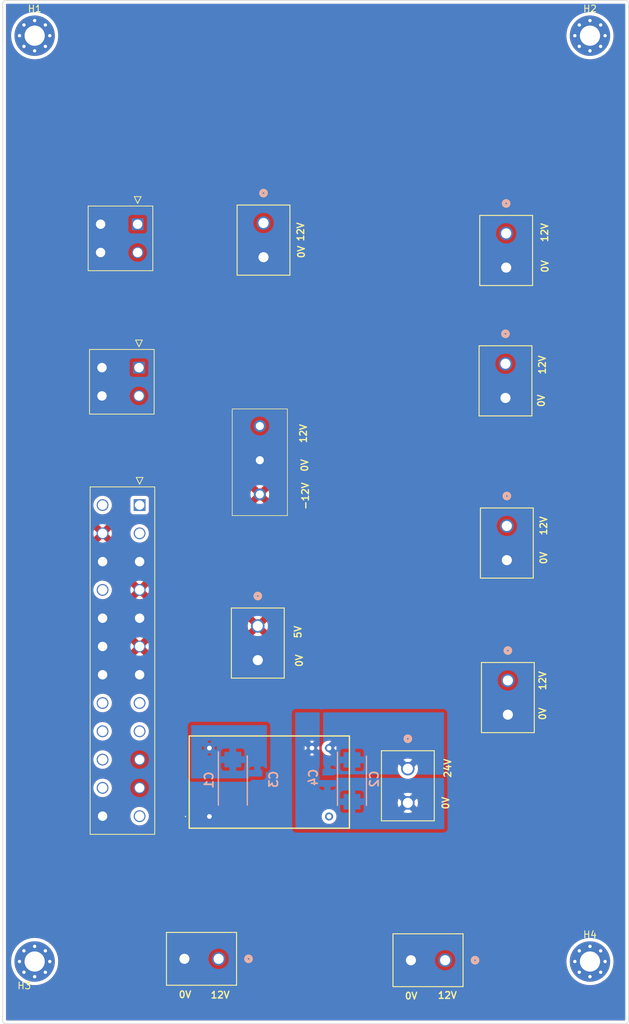
<source format=kicad_pcb>
(kicad_pcb (version 20221018) (generator pcbnew)
  (layers (0 "F.Cu" signal) (31 "B.Cu" signal) (34 "B.Paste" user) (35 "F.Paste" user) (36 "B.SilkS" user "B.Silkscreen") (37 "F.SilkS" user "F.Silkscreen") (38 "B.Mask" user) (39 "F.Mask" user) (44 "Edge.Cuts" user))
  (net 0 "")
  (net 5 "3.3V")
  (net 6 "GND")
  (net 7 "5V")
  (net 8 "12V")
  (net 9 "-12V")
  (net 10 "-5V")
  (net 11 "24 V")
  (net 12 "0 V")
  (footprint "MountingHole:MountingHole_3mm_Pad_Via" (layer "F.Cu") (at 127.5 167.5)
    (fp_text reference "H4" (at 0 -4) (layer "F.SilkS"))
    (fp_text value "MountingHole")
    (pad "1" thru_hole circle (at -2.25 0) (size 0.8 0.8) (drill 0.5) (layers "*.Cu" "*.Mask"))
    (pad "1" thru_hole circle (at -1.59099 -1.59099) (size 0.8 0.8) (drill 0.5) (layers "*.Cu" "*.Mask"))
    (pad "1" thru_hole circle (at -1.59099 1.59099) (size 0.8 0.8) (drill 0.5) (layers "*.Cu" "*.Mask"))
    (pad "1" thru_hole circle (at 0 -2.25) (size 0.8 0.8) (drill 0.5) (layers "*.Cu" "*.Mask"))
    (pad "1" thru_hole circle (at 0 0) (size 6 6) (drill 3) (layers "*.Cu" "*.Mask"))
    (pad "1" thru_hole circle (at 0 2.25) (size 0.8 0.8) (drill 0.5) (layers "*.Cu" "*.Mask"))
    (pad "1" thru_hole circle (at 1.59099 -1.59099) (size 0.8 0.8) (drill 0.5) (layers "*.Cu" "*.Mask"))
    (pad "1" thru_hole circle (at 1.59099 1.59099) (size 0.8 0.8) (drill 0.5) (layers "*.Cu" "*.Mask"))
    (pad "1" thru_hole circle (at 2.25 0) (size 0.8 0.8) (drill 0.5) (layers "*.Cu" "*.Mask"))
  )
  (footprint "mes_empreintes:39-28-1043" (layer "F.Cu") (at 60.5 79.3 -90)
    (fp_text reference "J2" hide)
    (fp_text value "39-28-1043" hide)
    (fp_line (start -4.1 -0.5) (end -3.1 0) (stroke (width 0.127)) (layer "F.SilkS"))
    (fp_line (start -4.1 0.5) (end -4.1 -0.5) (stroke (width 0.127)) (layer "F.SilkS"))
    (fp_line (start -3.1 0) (end -4.1 0.5) (stroke (width 0.127)) (layer "F.SilkS"))
    (fp_line (start -2.7 -2.25) (end 6.9 -2.25) (stroke (width 0.127)) (layer "F.SilkS"))
    (fp_line (start -2.7 7.35) (end -2.7 -2.25) (stroke (width 0.127)) (layer "F.SilkS"))
    (fp_line (start 6.9 -2.25) (end 6.9 7.35) (stroke (width 0.127)) (layer "F.SilkS"))
    (fp_line (start 6.9 7.35) (end -2.7 7.35) (stroke (width 0.127)) (layer "F.SilkS"))
    (pad "1" thru_hole rect (at 0 0 270) (size 1.75 1.75) (drill 1.4) (layers "*.Cu" "*.Mask") (net 8 "12V"))
    (pad "2" thru_hole circle (at 4.2 0 270) (size 1.75 1.75) (drill 1.4) (layers "*.Cu" "*.Mask") (net 8 "12V"))
    (pad "3" thru_hole circle (at 0 5.5 270) (size 1.75 1.75) (drill 1.4) (layers "*.Cu" "*.Mask") (net 6 "GND"))
    (pad "4" thru_hole circle (at 4.2 5.5 270) (size 1.75 1.75) (drill 1.4) (layers "*.Cu" "*.Mask") (net 6 "GND"))
  )
  (footprint "mes_empreintes:CONN_MBES-152_ALT" (layer "F.Cu") (at 79 57.82 -90)
    (fp_text reference "J9" hide)
    (fp_text value "MBES-152" hide)
    (fp_circle (center -4.445 0) (end -4.064 0) (stroke (width 0.508)) (fill none) (layer "B.SilkS"))
    (fp_line (start -2.667 -3.9243) (end -2.667 3.9243) (stroke (width 0.1524)) (layer "F.SilkS"))
    (fp_line (start -2.667 3.9243) (end 7.747 3.9243) (stroke (width 0.1524)) (layer "F.SilkS"))
    (fp_line (start 7.747 -3.9243) (end -2.667 -3.9243) (stroke (width 0.1524)) (layer "F.SilkS"))
    (fp_line (start 7.747 3.9243) (end 7.747 -3.9243) (stroke (width 0.1524)) (layer "F.SilkS"))
    (fp_circle (center -4.445 0) (end -4.064 0) (stroke (width 0.508)) (fill none) (layer "F.SilkS"))
    (pad "1" thru_hole circle (at 0 0 270) (size 2.0066 2.0066) (drill 1.4986) (layers "*.Cu" "*.Mask") (net 8 "12V"))
    (pad "2" thru_hole circle (at 5.08 0 270) (size 2.0066 2.0066) (drill 1.4986) (layers "*.Cu" "*.Mask") (net 6 "GND"))
  )
  (footprint "MountingHole:MountingHole_3mm_Pad_Via" (layer "F.Cu") (at 127.5 30)
    (fp_text reference "H2" (at 0 -4) (layer "F.SilkS"))
    (fp_text value "MountingHole")
    (pad "1" thru_hole circle (at -2.25 0) (size 0.8 0.8) (drill 0.5) (layers "*.Cu" "*.Mask"))
    (pad "1" thru_hole circle (at -1.59099 -1.59099) (size 0.8 0.8) (drill 0.5) (layers "*.Cu" "*.Mask"))
    (pad "1" thru_hole circle (at -1.59099 1.59099) (size 0.8 0.8) (drill 0.5) (layers "*.Cu" "*.Mask"))
    (pad "1" thru_hole circle (at 0 -2.25) (size 0.8 0.8) (drill 0.5) (layers "*.Cu" "*.Mask"))
    (pad "1" thru_hole circle (at 0 0) (size 6 6) (drill 3) (layers "*.Cu" "*.Mask"))
    (pad "1" thru_hole circle (at 0 2.25) (size 0.8 0.8) (drill 0.5) (layers "*.Cu" "*.Mask"))
    (pad "1" thru_hole circle (at 1.59099 -1.59099) (size 0.8 0.8) (drill 0.5) (layers "*.Cu" "*.Mask"))
    (pad "1" thru_hole circle (at 1.59099 1.59099) (size 0.8 0.8) (drill 0.5) (layers "*.Cu" "*.Mask"))
    (pad "1" thru_hole circle (at 2.25 0) (size 0.8 0.8) (drill 0.5) (layers "*.Cu" "*.Mask"))
  )
  (footprint "mes_empreintes:TEL151215N" (layer "F.Cu") (at 70.96 145.96 -90)
    (fp_text reference "PS1" hide)
    (fp_text value "TEL_15-1215N" hide)
    (fp_line (start -11.96 -20.8) (end -11.96 3) (stroke (width 0.2)) (layer "F.SilkS"))
    (fp_line (start -11.96 3) (end 1.74 3) (stroke (width 0.2)) (layer "F.SilkS"))
    (fp_line (start 0 3.5) (end 0 3.5) (stroke (width 0.1)) (layer "F.SilkS"))
    (fp_line (start 0 3.6) (end 0 3.6) (stroke (width 0.1)) (layer "F.SilkS"))
    (fp_line (start 1.74 -20.8) (end -11.96 -20.8) (stroke (width 0.2)) (layer "F.SilkS"))
    (fp_line (start 1.74 3) (end 1.74 -20.8) (stroke (width 0.2)) (layer "F.SilkS"))
    (fp_arc (start 0 3.5) (mid 0.05 3.55) (end 0 3.6) (stroke (width 0.1)) (layer "F.SilkS"))
    (fp_arc (start 0 3.6) (mid -0.05 3.55) (end 0 3.5) (stroke (width 0.1)) (layer "F.SilkS"))
    (pad "1" thru_hole rect (at 0 0 270) (size 1.2 1.2) (drill 0.7) (layers "*.Cu" "*.Mask") (net 6 "GND"))
    (pad "8" thru_hole circle (at 0 -17.78 270) (size 1.2 1.2) (drill 0.7) (layers "*.Cu" "*.Mask"))
    (pad "9" thru_hole circle (at -10.16 -17.78 270) (size 1.2 1.2) (drill 0.7) (layers "*.Cu" "*.Mask") (net 11 "24 V"))
    (pad "10" thru_hole circle (at -10.16 -15.24 270) (size 1.2 1.2) (drill 0.7) (layers "*.Cu" "*.Mask") (net 12 "0 V"))
    (pad "16" thru_hole circle (at -10.16 0 270) (size 1.2 1.2) (drill 0.7) (layers "*.Cu" "*.Mask") (net 8 "12V"))
  )
  (footprint "mes_empreintes:CONN_MBES-152_ALT" (layer "F.Cu") (at 115.3 125.76 -90)
    (fp_text reference "J6" hide)
    (fp_text value "MBES-152" hide)
    (fp_circle (center -4.445 0) (end -4.064 0) (stroke (width 0.508)) (fill none) (layer "B.SilkS"))
    (fp_line (start -2.667 -3.9243) (end -2.667 3.9243) (stroke (width 0.1524)) (layer "F.SilkS"))
    (fp_line (start -2.667 3.9243) (end 7.747 3.9243) (stroke (width 0.1524)) (layer "F.SilkS"))
    (fp_line (start 7.747 -3.9243) (end -2.667 -3.9243) (stroke (width 0.1524)) (layer "F.SilkS"))
    (fp_line (start 7.747 3.9243) (end 7.747 -3.9243) (stroke (width 0.1524)) (layer "F.SilkS"))
    (fp_circle (center -4.445 0) (end -4.064 0) (stroke (width 0.508)) (fill none) (layer "F.SilkS"))
    (pad "1" thru_hole circle (at 0 0 270) (size 2.0066 2.0066) (drill 1.4986) (layers "*.Cu" "*.Mask") (net 8 "12V"))
    (pad "2" thru_hole circle (at 5.08 0 270) (size 2.0066 2.0066) (drill 1.4986) (layers "*.Cu" "*.Mask") (net 6 "GND"))
  )
  (footprint "mes_empreintes:CONN_MBES-152_ALT" (layer "F.Cu") (at 115.05 59.36 -90)
    (fp_text reference "J11" hide)
    (fp_text value "MBES-152" hide)
    (fp_circle (center -4.445 0) (end -4.064 0) (stroke (width 0.508)) (fill none) (layer "B.SilkS"))
    (fp_line (start -2.667 -3.9243) (end -2.667 3.9243) (stroke (width 0.1524)) (layer "F.SilkS"))
    (fp_line (start -2.667 3.9243) (end 7.747 3.9243) (stroke (width 0.1524)) (layer "F.SilkS"))
    (fp_line (start 7.747 -3.9243) (end -2.667 -3.9243) (stroke (width 0.1524)) (layer "F.SilkS"))
    (fp_line (start 7.747 3.9243) (end 7.747 -3.9243) (stroke (width 0.1524)) (layer "F.SilkS"))
    (fp_circle (center -4.445 0) (end -4.064 0) (stroke (width 0.508)) (fill none) (layer "F.SilkS"))
    (pad "1" thru_hole circle (at 0 0 270) (size 2.0066 2.0066) (drill 1.4986) (layers "*.Cu" "*.Mask") (net 8 "12V"))
    (pad "2" thru_hole circle (at 5.08 0 270) (size 2.0066 2.0066) (drill 1.4986) (layers "*.Cu" "*.Mask") (net 6 "GND"))
  )
  (footprint "MountingHole:MountingHole_3mm_Pad_Via" (layer "F.Cu") (at 45 167.5)
    (fp_text reference "H3" (at -1.55 3.6) (layer "F.SilkS"))
    (fp_text value "MountingHole" hide)
    (pad "1" thru_hole circle (at -2.25 0) (size 0.8 0.8) (drill 0.5) (layers "*.Cu" "*.Mask"))
    (pad "1" thru_hole circle (at -1.59099 -1.59099) (size 0.8 0.8) (drill 0.5) (layers "*.Cu" "*.Mask"))
    (pad "1" thru_hole circle (at -1.59099 1.59099) (size 0.8 0.8) (drill 0.5) (layers "*.Cu" "*.Mask"))
    (pad "1" thru_hole circle (at 0 -2.25) (size 0.8 0.8) (drill 0.5) (layers "*.Cu" "*.Mask"))
    (pad "1" thru_hole circle (at 0 0) (size 6 6) (drill 3) (layers "*.Cu" "*.Mask"))
    (pad "1" thru_hole circle (at 0 2.25) (size 0.8 0.8) (drill 0.5) (layers "*.Cu" "*.Mask"))
    (pad "1" thru_hole circle (at 1.59099 -1.59099) (size 0.8 0.8) (drill 0.5) (layers "*.Cu" "*.Mask"))
    (pad "1" thru_hole circle (at 1.59099 1.59099) (size 0.8 0.8) (drill 0.5) (layers "*.Cu" "*.Mask"))
    (pad "1" thru_hole circle (at 2.25 0) (size 0.8 0.8) (drill 0.5) (layers "*.Cu" "*.Mask"))
  )
  (footprint "mes_empreintes:39-28-1243" (layer "F.Cu") (at 60.59 99.71 -90)
    (fp_text reference "J1" hide)
    (fp_text value "39-28-1243" hide)
    (fp_line (start -4.1 -0.5) (end -3.1 0) (stroke (width 0.127)) (layer "F.SilkS"))
    (fp_line (start -4.1 0.5) (end -4.1 -0.5) (stroke (width 0.127)) (layer "F.SilkS"))
    (fp_line (start -3.1 0) (end -4.1 0.5) (stroke (width 0.127)) (layer "F.SilkS"))
    (fp_line (start -2.7 -2.25) (end 48.9 -2.25) (stroke (width 0.127)) (layer "F.SilkS"))
    (fp_line (start -2.7 7.35) (end -2.7 -2.25) (stroke (width 0.127)) (layer "F.SilkS"))
    (fp_line (start 48.9 -2.25) (end 48.9 7.35) (stroke (width 0.127)) (layer "F.SilkS"))
    (fp_line (start 48.9 7.35) (end -2.7 7.35) (stroke (width 0.127)) (layer "F.SilkS"))
    (pad "1" thru_hole rect (at 0 0 270) (size 1.75 1.75) (drill 1.4) (layers "*.Cu" "*.Mask") (net 5 "3.3V"))
    (pad "2" thru_hole circle (at 4.2 0 270) (size 1.75 1.75) (drill 1.4) (layers "*.Cu" "*.Mask") (net 5 "3.3V"))
    (pad "3" thru_hole circle (at 8.4 0 270) (size 1.75 1.75) (drill 1.4) (layers "*.Cu" "*.Mask") (net 6 "GND"))
    (pad "4" thru_hole circle (at 12.6 0 270) (size 1.75 1.75) (drill 1.4) (layers "*.Cu" "*.Mask") (net 7 "5V"))
    (pad "5" thru_hole circle (at 16.8 0 270) (size 1.75 1.75) (drill 1.4) (layers "*.Cu" "*.Mask") (net 6 "GND"))
    (pad "6" thru_hole circle (at 21 0 270) (size 1.75 1.75) (drill 1.4) (layers "*.Cu" "*.Mask") (net 7 "5V"))
    (pad "7" thru_hole circle (at 25.2 0 270) (size 1.75 1.75) (drill 1.4) (layers "*.Cu" "*.Mask") (net 6 "GND"))
    (pad "8" thru_hole circle (at 29.4 0 270) (size 1.75 1.75) (drill 1.4) (layers "*.Cu" "*.Mask"))
    (pad "9" thru_hole circle (at 33.6 0 270) (size 1.75 1.75) (drill 1.4) (layers "*.Cu" "*.Mask"))
    (pad "10" thru_hole circle (at 37.8 0 270) (size 1.75 1.75) (drill 1.4) (layers "*.Cu" "*.Mask") (net 8 "12V"))
    (pad "11" thru_hole circle (at 42 0 270) (size 1.75 1.75) (drill 1.4) (layers "*.Cu" "*.Mask") (net 8 "12V"))
    (pad "12" thru_hole circle (at 46.2 0 270) (size 1.75 1.75) (drill 1.4) (layers "*.Cu" "*.Mask") (net 5 "3.3V"))
    (pad "13" thru_hole circle (at 0 5.5 270) (size 1.75 1.75) (drill 1.4) (layers "*.Cu" "*.Mask") (net 5 "3.3V"))
    (pad "14" thru_hole circle (at 4.2 5.5 270) (size 1.75 1.75) (drill 1.4) (layers "*.Cu" "*.Mask") (net 9 "-12V"))
    (pad "15" thru_hole circle (at 8.4 5.5 270) (size 1.75 1.75) (drill 1.4) (layers "*.Cu" "*.Mask") (net 6 "GND"))
    (pad "16" thru_hole circle (at 12.6 5.5 270) (size 1.75 1.75) (drill 1.4) (layers "*.Cu" "*.Mask"))
    (pad "17" thru_hole circle (at 16.8 5.5 270) (size 1.75 1.75) (drill 1.4) (layers "*.Cu" "*.Mask") (net 6 "GND"))
    (pad "18" thru_hole circle (at 21 5.5 270) (size 1.75 1.75) (drill 1.4) (layers "*.Cu" "*.Mask") (net 6 "GND"))
    (pad "19" thru_hole circle (at 25.2 5.5 270) (size 1.75 1.75) (drill 1.4) (layers "*.Cu" "*.Mask") (net 6 "GND"))
    (pad "20" thru_hole circle (at 29.4 5.5 270) (size 1.75 1.75) (drill 1.4) (layers "*.Cu" "*.Mask") (net 10 "-5V"))
    (pad "21" thru_hole circle (at 33.6 5.5 270) (size 1.75 1.75) (drill 1.4) (layers "*.Cu" "*.Mask") (net 7 "5V"))
    (pad "22" thru_hole circle (at 37.8 5.5 270) (size 1.75 1.75) (drill 1.4) (layers "*.Cu" "*.Mask") (net 7 "5V"))
    (pad "23" thru_hole circle (at 42 5.5 270) (size 1.75 1.75) (drill 1.4) (layers "*.Cu" "*.Mask") (net 7 "5V"))
    (pad "24" thru_hole circle (at 46.2 5.5 270) (size 1.75 1.75) (drill 1.4) (layers "*.Cu" "*.Mask") (net 6 "GND"))
  )
  (footprint "mes_empreintes:39-28-1043" (layer "F.Cu") (at 60.3 58 -90)
    (fp_text reference "J7" hide)
    (fp_text value "39-28-1043" hide)
    (fp_line (start -4.1 -0.5) (end -3.1 0) (stroke (width 0.127)) (layer "F.SilkS"))
    (fp_line (start -4.1 0.5) (end -4.1 -0.5) (stroke (width 0.127)) (layer "F.SilkS"))
    (fp_line (start -3.1 0) (end -4.1 0.5) (stroke (width 0.127)) (layer "F.SilkS"))
    (fp_line (start -2.7 -2.25) (end 6.9 -2.25) (stroke (width 0.127)) (layer "F.SilkS"))
    (fp_line (start -2.7 7.35) (end -2.7 -2.25) (stroke (width 0.127)) (layer "F.SilkS"))
    (fp_line (start 6.9 -2.25) (end 6.9 7.35) (stroke (width 0.127)) (layer "F.SilkS"))
    (fp_line (start 6.9 7.35) (end -2.7 7.35) (stroke (width 0.127)) (layer "F.SilkS"))
    (pad "1" thru_hole rect (at 0 0 270) (size 1.75 1.75) (drill 1.4) (layers "*.Cu" "*.Mask") (net 8 "12V"))
    (pad "2" thru_hole circle (at 4.2 0 270) (size 1.75 1.75) (drill 1.4) (layers "*.Cu" "*.Mask") (net 8 "12V"))
    (pad "3" thru_hole circle (at 0 5.5 270) (size 1.75 1.75) (drill 1.4) (layers "*.Cu" "*.Mask") (net 6 "GND"))
    (pad "4" thru_hole circle (at 4.2 5.5 270) (size 1.75 1.75) (drill 1.4) (layers "*.Cu" "*.Mask") (net 6 "GND"))
  )
  (footprint "mes_empreintes:2828373" (layer "F.Cu") (at 78.45 98.13 90)
    (fp_text reference "J5" hide)
    (fp_text value "282837-3" hide)
    (fp_line (start -3.14 -4.1) (end 12.7 -4.1) (stroke (width 0.1)) (layer "F.SilkS"))
    (fp_line (start -3.14 4.1) (end -3.14 -4.1) (stroke (width 0.1)) (layer "F.SilkS"))
    (fp_line (start 12.7 -4.1) (end 12.7 4.1) (stroke (width 0.1)) (layer "F.SilkS"))
    (fp_line (start 12.7 4.1) (end -3.14 4.1) (stroke (width 0.1)) (layer "F.SilkS"))
    (pad "1" thru_hole circle (at 0 0 90) (size 1.8 1.8) (drill 1.2) (layers "*.Cu" "*.Mask") (net 9 "-12V"))
    (pad "2" thru_hole circle (at 5.08 0 90) (size 1.8 1.8) (drill 1.2) (layers "*.Cu" "*.Mask") (net 6 "GND"))
    (pad "3" thru_hole circle (at 10.16 0 90) (size 1.8 1.8) (drill 1.2) (layers "*.Cu" "*.Mask") (net 8 "12V"))
  )
  (footprint "mes_empreintes:CONN_MBES-152_ALT" (layer "F.Cu") (at 72.33 167.1 180)
    (fp_text reference "J4" hide)
    (fp_text value "MBES-152" hide)
    (fp_circle (center -4.445 0) (end -4.064 0) (stroke (width 0.508)) (fill none) (layer "B.SilkS"))
    (fp_line (start -2.667 -3.9243) (end -2.667 3.9243) (stroke (width 0.1524)) (layer "F.SilkS"))
    (fp_line (start -2.667 3.9243) (end 7.747 3.9243) (stroke (width 0.1524)) (layer "F.SilkS"))
    (fp_line (start 7.747 -3.9243) (end -2.667 -3.9243) (stroke (width 0.1524)) (layer "F.SilkS"))
    (fp_line (start 7.747 3.9243) (end 7.747 -3.9243) (stroke (width 0.1524)) (layer "F.SilkS"))
    (fp_circle (center -4.445 0) (end -4.064 0) (stroke (width 0.508)) (fill none) (layer "F.SilkS"))
    (pad "1" thru_hole circle (at 0 0 180) (size 2.0066 2.0066) (drill 1.4986) (layers "*.Cu" "*.Mask") (net 8 "12V"))
    (pad "2" thru_hole circle (at 5.08 0 180) (size 2.0066 2.0066) (drill 1.4986) (layers "*.Cu" "*.Mask") (net 6 "GND"))
  )
  (footprint "mes_empreintes:CONN_MBES-152_ALT" (layer "F.Cu") (at 105.98 167.31 180)
    (fp_text reference "J3" hide)
    (fp_text value "MBES-152" hide)
    (fp_circle (center -4.445 0) (end -4.064 0) (stroke (width 0.508)) (fill none) (layer "B.SilkS"))
    (fp_line (start -2.667 -3.9243) (end -2.667 3.9243) (stroke (width 0.1524)) (layer "F.SilkS"))
    (fp_line (start -2.667 3.9243) (end 7.747 3.9243) (stroke (width 0.1524)) (layer "F.SilkS"))
    (fp_line (start 7.747 -3.9243) (end -2.667 -3.9243) (stroke (width 0.1524)) (layer "F.SilkS"))
    (fp_line (start 7.747 3.9243) (end 7.747 -3.9243) (stroke (width 0.1524)) (layer "F.SilkS"))
    (fp_circle (center -4.445 0) (end -4.064 0) (stroke (width 0.508)) (fill none) (layer "F.SilkS"))
    (pad "1" thru_hole circle (at 0 0 180) (size 2.0066 2.0066) (drill 1.4986) (layers "*.Cu" "*.Mask") (net 8 "12V"))
    (pad "2" thru_hole circle (at 5.08 0 180) (size 2.0066 2.0066) (drill 1.4986) (layers "*.Cu" "*.Mask") (net 6 "GND"))
  )
  (footprint "mes_empreintes:CONN_MBES-152_ALT" (layer "F.Cu") (at 78.15 117.6649 -90)
    (fp_text reference "J12" hide)
    (fp_text value "MBES-152" hide)
    (fp_circle (center -4.445 0) (end -4.064 0) (stroke (width 0.508)) (fill none) (layer "B.SilkS"))
    (fp_line (start -2.667 -3.9243) (end -2.667 3.9243) (stroke (width 0.1524)) (layer "F.SilkS"))
    (fp_line (start -2.667 3.9243) (end 7.747 3.9243) (stroke (width 0.1524)) (layer "F.SilkS"))
    (fp_line (start 7.747 -3.9243) (end -2.667 -3.9243) (stroke (width 0.1524)) (layer "F.SilkS"))
    (fp_line (start 7.747 3.9243) (end 7.747 -3.9243) (stroke (width 0.1524)) (layer "F.SilkS"))
    (fp_circle (center -4.445 0) (end -4.064 0) (stroke (width 0.508)) (fill none) (layer "F.SilkS"))
    (pad "1" thru_hole circle (at 0 0 270) (size 2.0066 2.0066) (drill 1.4986) (layers "*.Cu" "*.Mask") (net 7 "5V"))
    (pad "2" thru_hole circle (at 5.08 0 270) (size 2.0066 2.0066) (drill 1.4986) (layers "*.Cu" "*.Mask") (net 6 "GND"))
  )
  (footprint "MountingHole:MountingHole_3mm_Pad_Via" (layer "F.Cu") (at 45 30)
    (fp_text reference "H1" (at 0 -4) (layer "F.SilkS"))
    (fp_text value "MountingHole")
    (pad "1" thru_hole circle (at -2.25 0) (size 0.8 0.8) (drill 0.5) (layers "*.Cu" "*.Mask"))
    (pad "1" thru_hole circle (at -1.59099 -1.59099) (size 0.8 0.8) (drill 0.5) (layers "*.Cu" "*.Mask"))
    (pad "1" thru_hole circle (at -1.59099 1.59099) (size 0.8 0.8) (drill 0.5) (layers "*.Cu" "*.Mask"))
    (pad "1" thru_hole circle (at 0 -2.25) (size 0.8 0.8) (drill 0.5) (layers "*.Cu" "*.Mask"))
    (pad "1" thru_hole circle (at 0 0) (size 6 6) (drill 3) (layers "*.Cu" "*.Mask"))
    (pad "1" thru_hole circle (at 0 2.25) (size 0.8 0.8) (drill 0.5) (layers "*.Cu" "*.Mask"))
    (pad "1" thru_hole circle (at 1.59099 -1.59099) (size 0.8 0.8) (drill 0.5) (layers "*.Cu" "*.Mask"))
    (pad "1" thru_hole circle (at 1.59099 1.59099) (size 0.8 0.8) (drill 0.5) (layers "*.Cu" "*.Mask"))
    (pad "1" thru_hole circle (at 2.25 0) (size 0.8 0.8) (drill 0.5) (layers "*.Cu" "*.Mask"))
  )
  (footprint "mes_empreintes:CONN_MBES-152_ALT" (layer "F.Cu") (at 100.44 138.86 -90)
    (fp_text reference "J10" hide)
    (fp_text value "MBES-152" hide)
    (fp_circle (center -4.445 0) (end -4.064 0) (stroke (width 0.508)) (fill none) (layer "B.SilkS"))
    (fp_line (start -2.667 -3.9243) (end -2.667 3.9243) (stroke (width 0.1524)) (layer "F.SilkS"))
    (fp_line (start -2.667 3.9243) (end 7.747 3.9243) (stroke (width 0.1524)) (layer "F.SilkS"))
    (fp_line (start 7.747 -3.9243) (end -2.667 -3.9243) (stroke (width 0.1524)) (layer "F.SilkS"))
    (fp_line (start 7.747 3.9243) (end 7.747 -3.9243) (stroke (width 0.1524)) (layer "F.SilkS"))
    (fp_circle (center -4.445 0) (end -4.064 0) (stroke (width 0.508)) (fill none) (layer "F.SilkS"))
    (pad "1" thru_hole circle (at 0 0 270) (size 2.0066 2.0066) (drill 1.4986) (layers "*.Cu" "*.Mask") (net 11 "24 V"))
    (pad "2" thru_hole circle (at 5.08 0 270) (size 2.0066 2.0066) (drill 1.4986) (layers "*.Cu" "*.Mask") (net 12 "0 V"))
  )
  (footprint "mes_empreintes:CONN_MBES-152_ALT" (layer "F.Cu") (at 115.15 102.81 -90)
    (fp_text reference "J8" hide)
    (fp_text value "MBES-152" hide)
    (fp_circle (center -4.445 0) (end -4.064 0) (stroke (width 0.508)) (fill none) (layer "B.SilkS"))
    (fp_line (start -2.667 -3.9243) (end -2.667 3.9243) (stroke (width 0.1524)) (layer "F.SilkS"))
    (fp_line (start -2.667 3.9243) (end 7.747 3.9243) (stroke (width 0.1524)) (layer "F.SilkS"))
    (fp_line (start 7.747 -3.9243) (end -2.667 -3.9243) (stroke (width 0.1524)) (layer "F.SilkS"))
    (fp_line (start 7.747 3.9243) (end 7.747 -3.9243) (stroke (width 0.1524)) (layer "F.SilkS"))
    (fp_circle (center -4.445 0) (end -4.064 0) (stroke (width 0.508)) (fill none) (layer "F.SilkS"))
    (pad "1" thru_hole circle (at 0 0 270) (size 2.0066 2.0066) (drill 1.4986) (layers "*.Cu" "*.Mask") (net 8 "12V"))
    (pad "2" thru_hole circle (at 5.08 0 270) (size 2.0066 2.0066) (drill 1.4986) (layers "*.Cu" "*.Mask") (net 6 "GND"))
  )
  (footprint "mes_empreintes:CONN_MBES-152_ALT" (layer "F.Cu") (at 114.95 78.72 -90)
    (fp_text reference "J13" hide)
    (fp_text value "MBES-152" hide)
    (fp_circle (center -4.445 0) (end -4.064 0) (stroke (width 0.508)) (fill none) (layer "B.SilkS"))
    (fp_line (start -2.667 -3.9243) (end -2.667 3.9243) (stroke (width 0.1524)) (layer "F.SilkS"))
    (fp_line (start -2.667 3.9243) (end 7.747 3.9243) (stroke (width 0.1524)) (layer "F.SilkS"))
    (fp_line (start 7.747 -3.9243) (end -2.667 -3.9243) (stroke (width 0.1524)) (layer "F.SilkS"))
    (fp_line (start 7.747 3.9243) (end 7.747 -3.9243) (stroke (width 0.1524)) (layer "F.SilkS"))
    (fp_circle (center -4.445 0) (end -4.064 0) (stroke (width 0.508)) (fill none) (layer "F.SilkS"))
    (pad "1" thru_hole circle (at 0 0 270) (size 2.0066 2.0066) (drill 1.4986) (layers "*.Cu" "*.Mask") (net 8 "12V"))
    (pad "2" thru_hole circle (at 5.08 0 270) (size 2.0066 2.0066) (drill 1.4986) (layers "*.Cu" "*.Mask") (net 6 "GND"))
  )
  (footprint "mes_empreintes:CAPC2012X145N" (layer "B.Cu") (at 78.09 140.36 90)
    (fp_text reference "C3" (at -0.09 2.41 270) (layer "B.SilkS") (effects (font (size 1.27 1.27) (thickness 0.254)) (justify mirror)))
    (fp_text value "CL21A226MAYNNNE" hide)
    (pad "1" smd rect (at -0.83 0 90) (size 0.97 1.47) (layers "B.Cu" "B.Paste" "B.Mask") (net 6 "GND"))
    (pad "2" smd rect (at 0.83 0 90) (size 0.97 1.47) (layers "B.Cu" "B.Paste" "B.Mask") (net 8 "12V"))
  )
  (footprint "mes_empreintes:CAPC2012X145N" (layer "B.Cu") (at 88.49 140.21 90)
    (fp_text reference "C4" (at 0.06 -2.09 270) (layer "B.SilkS") (effects (font (size 1.27 1.27) (thickness 0.254)) (justify mirror)))
    (fp_text value "CL21A226MAYNNNE" hide)
    (pad "1" smd rect (at -0.83 0 90) (size 0.97 1.47) (layers "B.Cu" "B.Paste" "B.Mask") (net 12 "0 V"))
    (pad "2" smd rect (at 0.83 0 90) (size 0.97 1.47) (layers "B.Cu" "B.Paste" "B.Mask") (net 11 "24 V"))
  )
  (footprint "mes_empreintes:CAPPM7343X310N" (layer "B.Cu") (at 74.44 140.61 -90)
    (fp_text reference "C1" (at -0.06 3.54 90) (layer "B.SilkS") (effects (font (size 1.27 1.27) (thickness 0.254)) (justify mirror)))
    (fp_text value "100 uF" hide)
    (fp_line (start -3.65 -2.15) (end 3.65 -2.15) (stroke (width 0.2)) (layer "B.SilkS"))
    (fp_line (start 3.65 2.15) (end -4.25 2.15) (stroke (width 0.2)) (layer "B.SilkS"))
    (pad "1" smd rect (at -3.1 0 270) (size 2.3 2.5) (layers "B.Cu" "B.Paste" "B.Mask") (net 8 "12V"))
    (pad "2" smd rect (at 3.1 0 270) (size 2.3 2.5) (layers "B.Cu" "B.Paste" "B.Mask") (net 6 "GND"))
  )
  (footprint "mes_empreintes:CAPPM7343X310N" (layer "B.Cu") (at 92.14 140.66 -90)
    (fp_text reference "C2" (at -0.26 -3.31 90) (layer "B.SilkS") (effects (font (size 1.27 1.27) (thickness 0.254)) (justify mirror)))
    (fp_text value "100 uF" hide)
    (fp_line (start -3.65 -2.15) (end 3.65 -2.15) (stroke (width 0.2)) (layer "B.SilkS"))
    (fp_line (start 3.65 2.15) (end -4.25 2.15) (stroke (width 0.2)) (layer "B.SilkS"))
    (pad "1" smd rect (at -3.1 0 270) (size 2.3 2.5) (layers "B.Cu" "B.Paste" "B.Mask") (net 11 "24 V"))
    (pad "2" smd rect (at 3.1 0 270) (size 2.3 2.5) (layers "B.Cu" "B.Paste" "B.Mask") (net 12 "0 V"))
  )
  (gr_line (start 133.25 25.25) (end 133.25 176.25) (stroke (width 0.1)) (layer "Edge.Cuts"))
  (gr_arc (start 132.75 24.75) (mid 133.103553 24.896447) (end 133.25 25.25) (stroke (width 0.1)) (layer "Edge.Cuts"))
  (gr_line (start 132.75 176.75) (end 40.75 176.75) (stroke (width 0.1)) (layer "Edge.Cuts"))
  (gr_arc (start 133.25 176.25) (mid 133.103553 176.603553) (end 132.75 176.75) (stroke (width 0.1)) (layer "Edge.Cuts"))
  (gr_arc (start 40.75 176.75) (mid 40.396447 176.603553) (end 40.25 176.25) (stroke (width 0.1)) (layer "Edge.Cuts"))
  (gr_line (start 40.25 176.25) (end 40.25 25.25) (stroke (width 0.1)) (layer "Edge.Cuts"))
  (gr_line (start 40.75 24.75) (end 132.75 24.75) (stroke (width 0.1)) (layer "Edge.Cuts"))
  (gr_arc (start 40.25 25.25) (mid 40.396447 24.896447) (end 40.75 24.75) (stroke (width 0.1)) (layer "Edge.Cuts"))
  (gr_text "0V\n" (at 66.3 173) (layer "F.SilkS") (effects (font (size 1 1) (thickness 0.2) bold) (justify left bottom)))
  (gr_text "0V\n" (at 106.65 145 90) (layer "F.SilkS") (effects (font (size 1 1) (thickness 0.2) bold) (justify left bottom)))
  (gr_text "0V\n" (at 121.2 108.6 90) (layer "F.SilkS") (effects (font (size 1 1) (thickness 0.2) bold) (justify left bottom)))
  (gr_text "24V\n" (at 106.95 140.3 90) (layer "F.SilkS") (effects (font (size 1 1) (thickness 0.2) bold) (justify left bottom)))
  (gr_text "0V\n" (at 85.2 63.15 90) (layer "F.SilkS") (effects (font (size 1 1) (thickness 0.2) bold) (justify left bottom)))
  (gr_text "0V\n" (at 120.85 85.25 90) (layer "F.SilkS") (effects (font (size 1 1) (thickness 0.2) bold) (justify left bottom)))
  (gr_text "12V\n" (at 121.05 127.3 90) (layer "F.SilkS") (effects (font (size 1 1) (thickness 0.2) bold) (justify left bottom)))
  (gr_text "0V\n" (at 121.4 65.3 90) (layer "F.SilkS") (effects (font (size 1 1) (thickness 0.2) bold) (justify left bottom)))
  (gr_text "5V\n" (at 84.7 119.6 90) (layer "F.SilkS") (effects (font (size 1 1) (thickness 0.2) bold) (justify left bottom)))
  (gr_text "0V\n" (at 85.7 94.85 90) (layer "F.SilkS") (effects (font (size 1 1) (thickness 0.2) bold) (justify left bottom)))
  (gr_text "0V\n" (at 99.9 173.2) (layer "F.SilkS") (effects (font (size 1 1) (thickness 0.2) bold) (justify left bottom)))
  (gr_text "-12V\n" (at 85.8 100.5 90) (layer "F.SilkS") (effects (font (size 1 1) (thickness 0.2) bold) (justify left bottom)))
  (gr_text "12V\n" (at 104.8 173.1) (layer "F.SilkS") (effects (font (size 1 1) (thickness 0.2) bold) (justify left bottom)))
  (gr_text "12V\n" (at 121.2 104.3 90) (layer "F.SilkS") (effects (font (size 1 1) (thickness 0.2) bold) (justify left bottom)))
  (gr_text "0V\n" (at 121.05 131.75 90) (layer "F.SilkS") (effects (font (size 1 1) (thickness 0.2) bold) (justify left bottom)))
  (gr_text "12V\n" (at 71.05 173.05) (layer "F.SilkS") (effects (font (size 1 1) (thickness 0.2) bold) (justify left bottom)))
  (gr_text "12V\n" (at 121.35 60.75 90) (layer "F.SilkS") (effects (font (size 1 1) (thickness 0.2) bold) (justify left bottom)))
  (gr_text "0V\n" (at 84.9 123.85 90) (layer "F.SilkS") (effects (font (size 1 1) (thickness 0.2) bold) (justify left bottom)))
  (gr_text "12V\n" (at 85.1 60.65 90) (layer "F.SilkS") (effects (font (size 1 1) (thickness 0.2) bold) (justify left bottom)))
  (gr_text "12V\n" (at 121 80.4 90) (layer "F.SilkS") (effects (font (size 1 1) (thickness 0.2) bold) (justify left bottom)))
  (gr_text "12V\n" (at 85.5 90.6 90) (layer "F.SilkS") (effects (font (size 1 1) (thickness 0.2) bold) (justify left bottom)))
  (zone (net 9) (net_name "-12V") (layer "F.Cu") (priority 5) (connect_pads (clearance 0.5)) (min_thickness 0.25) (fill yes (thermal_gap 0.5) (thermal_bridge_width 1))
    (polygon (pts (xy 57.9 101.5) (xy 84.2 101.5) (xy 84.2 95.1) (xy 52.3 95.05) (xy 52.3 106.65) (xy 57.9 106.65)))
  )
  (zone (net 8) (net_name "12V") (layer "F.Cu") (priority 1) (connect_pads yes (clearance 0.5)) (min_thickness 0.25) (fill yes (thermal_gap 0.5) (thermal_bridge_width 1))
    (polygon (pts (xy 132.75 176.25) (xy 40.75 176.25) (xy 40.75 25.25) (xy 132.75 25.25)))
  )
  (zone (net 7) (net_name "5V") (layer "F.Cu") (priority 4) (connect_pads (clearance 0.5)) (min_thickness 0.25) (fill yes (thermal_gap 0.5) (thermal_bridge_width 1))
    (polygon (pts (xy 57.95 110.35) (xy 84 110.35) (xy 84 120.25) (xy 71 120.25) (xy 71 122.15) (xy 57.95 122.15)))
  )
  (zone (net 8) (net_name "12V") (layer "B.Cu") (priority 3) (connect_pads (clearance 0.5)) (min_thickness 0.25) (fill yes (thermal_gap 0.5) (thermal_bridge_width 1))
    (polygon (pts (xy 79.5 132.4) (xy 68.25 132.4) (xy 68.25 140.3) (xy 79.5 140.3)))
  )
  (zone (net 12) (net_name "0 V") (layer "B.Cu") (priority 2) (connect_pads (clearance 0.5)) (min_thickness 0.25) (fill yes (thermal_gap 0.5) (thermal_bridge_width 1))
    (polygon (pts (xy 83.7 130.5) (xy 87.35 130.5) (xy 87.35 140.2) (xy 105.8 140.25) (xy 105.85 147.85) (xy 83.75 147.85)))
  )
  (zone (net 6) (net_name "GND") (layer "B.Cu") (priority 1) (connect_pads yes (clearance 0.5)) (min_thickness 0.25) (fill yes (thermal_gap 0.5) (thermal_bridge_width 1))
    (polygon (pts (xy 132.75 25.25) (xy 40.75 25.25) (xy 40.75 176.25) (xy 132.75 176.25)))
  )
  (zone (net 11) (net_name "24 V") (layer "B.Cu") (priority 1) (connect_pads (clearance 0.5)) (min_thickness 0.25) (fill yes (thermal_gap 0.5) (thermal_bridge_width 1))
    (polygon (pts (xy 87.35 130.5) (xy 105.8 130.5) (xy 105.8 140.25) (xy 87.35 140.2)))
  )
)
</source>
